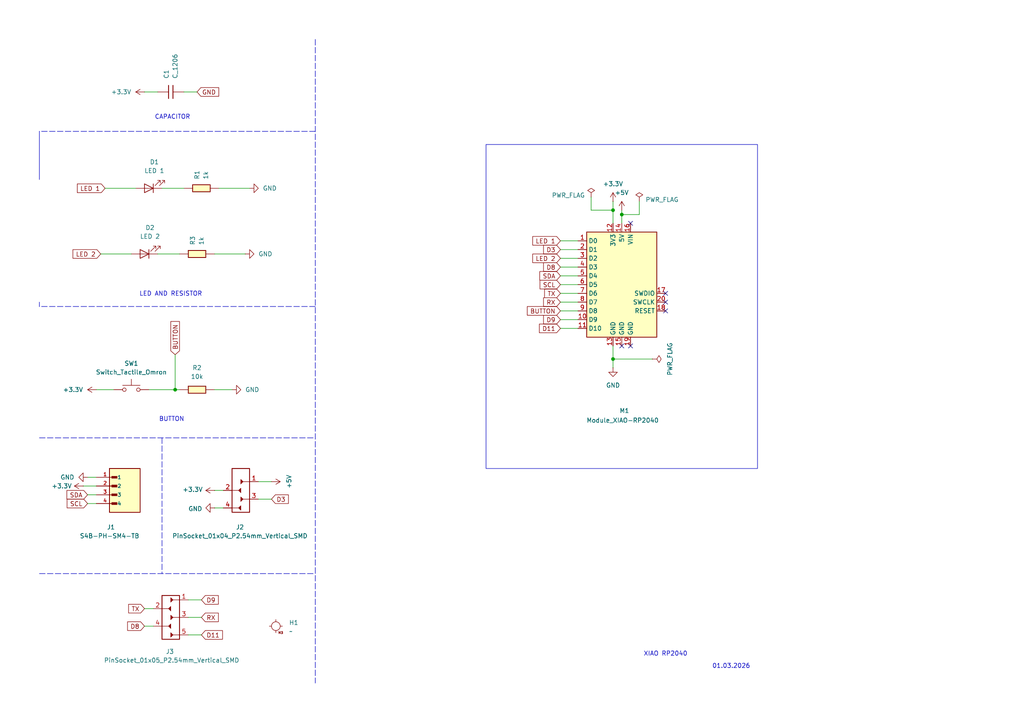
<source format=kicad_sch>
(kicad_sch (version 20250114) (generator "eeschema") (generator_version "9.0")
  (paper "A4")
  (lib_symbols
    (symbol "PCM_fab:C_1206" (pin_numbers (hide yes))
      (property "Reference" "C" (at 0.635 2.54 0))
      (property "Value" "C_1206" (at 0.635 -2.54 0))
      (symbol "C_1206_1_1"
        (polyline (pts (xy -1.905 0.635) (xy 1.905 0.635)) (stroke (width 0.25)))
        (polyline (pts (xy -1.905 -0.635) (xy 1.905 -0.635)) (stroke (width 0.25)))
        (pin passive line (at 0 3.81 270) (length 3.175) (name "~") (number "1"))
        (pin passive line (at 0 -3.81 90) (length 3.175) (name "~") (number "2"))
      )
    )
    (symbol "PCM_fab:LED_1206" (pin_numbers (hide yes)) (pin_names (offset 1.016) (hide yes))
      (property "Reference" "D" (at 0 2.54 0))
      (property "Value" "LED_1206" (at 0 -2.54 0))
      (symbol "LED_1206_0_1"
        (polyline (pts (xy -3.048 -0.762) (xy -4.572 -2.286) (xy -3.81 -2.286) (xy -4.572 -2.286) (xy -4.572 -1.524)))
        (polyline (pts (xy -1.778 -0.762) (xy -3.302 -2.286) (xy -2.54 -2.286) (xy -3.302 -2.286) (xy -3.302 -1.524)))
        (polyline (pts (xy -1.27 0) (xy 1.27 0)))
        (polyline (pts (xy -1.27 -1.27) (xy -1.27 1.27)) (stroke (width 0.2032)))
        (polyline (pts (xy 1.27 -1.27) (xy 1.27 1.27) (xy -1.27 0) (xy 1.27 -1.27)) (stroke (width 0.2032)))
      )
      (symbol "LED_1206_1_1"
        (pin passive line (at -3.81 0 0) (length 2.54) (name "K") (number "1"))
        (pin passive line (at 3.81 0 180) (length 2.54) (name "A") (number "2"))
      )
    )
    (symbol "PCM_fab:Module_XIAO-RP2040"
      (property "Reference" "M" (at -10.16 16.51 0))
      (property "Value" "Module_XIAO-RP2040" (at 3.81 16.51 0))
      (symbol "Module_XIAO-RP2040_1_1"
        (rectangle (start -10.16 15.24) (end 10.16 -15.24) (stroke (width 0.254)) (fill (type background)))
        (pin bidirectional line (at -12.7 12.7 0) (length 2.54) (name "D0") (number "1"))
        (pin bidirectional line (at -12.7 10.16 0) (length 2.54) (name "D1") (number "2"))
        (pin bidirectional line (at -12.7 7.62 0) (length 2.54) (name "D2") (number "3"))
        (pin bidirectional line (at -12.7 5.08 0) (length 2.54) (name "D3") (number "4"))
        (pin bidirectional line (at -12.7 2.54 0) (length 2.54) (name "D4") (number "5"))
        (pin bidirectional line (at -12.7 0 0) (length 2.54) (name "D5") (number "6"))
        (pin bidirectional line (at -12.7 -2.54 0) (length 2.54) (name "D6") (number "7"))
        (pin bidirectional line (at -12.7 -5.08 0) (length 2.54) (name "D7") (number "8"))
        (pin bidirectional line (at -12.7 -7.62 0) (length 2.54) (name "D8") (number "9"))
        (pin bidirectional line (at -12.7 -10.16 0) (length 2.54) (name "D9") (number "10"))
        (pin bidirectional line (at -12.7 -12.7 0) (length 2.54) (name "D10") (number "11"))
        (pin power_in line (at -2.54 17.78 270) (length 2.54) (name "3V3") (number "12"))
        (pin power_in line (at -2.54 -17.78 90) (length 2.54) (name "GND") (number "13"))
        (pin power_in line (at 0 17.78 270) (length 2.54) (name "5V") (number "14"))
        (pin power_in line (at 0 -17.78 90) (length 2.54) (name "GND") (number "15"))
        (pin power_in line (at 2.54 17.78 270) (length 2.54) (name "VIN") (number "16"))
        (pin power_in line (at 2.54 -17.78 90) (length 2.54) (name "GND") (number "19"))
        (pin bidirectional line (at 12.7 -2.54 180) (length 2.54) (name "SWDIO") (number "17"))
        (pin input line (at 12.7 -5.08 180) (length 2.54) (name "SWCLK") (number "20"))
        (pin input line (at 12.7 -7.62 180) (length 2.54) (name "RESET") (number "18"))
      )
    )
    (symbol "PCM_fab:MountingHole_M3" (pin_numbers (hide yes)) (pin_names (offset 0))
      (property "Reference" "H" (at 0 0 0))
      (symbol "MountingHole_M3_0_1"
        (polyline (pts (xy -1.27 0) (xy -1.905 0)))
        (polyline (pts (xy 0 1.27) (xy 0 1.905)))
        (circle (center 0 0) (radius 1.27))
        (polyline (pts (xy 0 -1.27) (xy 0 -1.905)))
        (polyline (pts (xy 1.27 0) (xy 1.905 0)))
      )
      (symbol "MountingHole_M3_1_1"
        (text "M3" (at 0.635 -1.905 0) (effects (font (size 0.635 0.635)) (justify left)))
      )
    )
    (symbol "PCM_fab:PWR_FLAG" (power) (pin_numbers (hide yes)) (pin_names (offset 0) (hide yes))
      (property "Value" "PWR_FLAG" (at 0 3.81 0))
      (symbol "PWR_FLAG_0_1"
        (polyline (pts (xy 0 0) (xy 0 1.27) (xy -1.016 1.905) (xy 0 2.54) (xy 1.016 1.905) (xy 0 1.27)))
      )
      (symbol "PWR_FLAG_1_0"
        (pin power_out line (at 0 0 90) (length 0) (name "PWR_FLAG") (number "1"))
      )
    )
    (symbol "PCM_fab:PinSocket_01x04_P2.54mm_Vertical_SMD" (pin_names (hide yes))
      (property "Reference" "J" (at 0 7.62 0))
      (property "Value" "PinSocket_01x04_P2.54mm_Vertical_SMD" (at 0 -7.62 0))
      (symbol "PinSocket_01x04_P2.54mm_Vertical_SMD_0_0"
        (polyline (pts (xy 0 1.905) (xy 0.635 2.54) (xy 0 3.175) (xy 0 1.905)) (fill (type outline)))
        (polyline (pts (xy 0 0) (xy -2.54 0)))
        (polyline (pts (xy 0 -0.635) (xy -0.635 0) (xy 0 0.635) (xy 0 -0.635)) (fill (type outline)))
        (polyline (pts (xy 0 -3.175) (xy 0.635 -2.54) (xy 0 -1.905) (xy 0 -3.175)) (fill (type outline)))
        (polyline (pts (xy 0 -5.08) (xy -2.54 -5.08)))
        (polyline (pts (xy 0 -5.715) (xy -0.635 -5.08) (xy 0 -4.445) (xy 0 -5.715)) (fill (type outline)))
        (polyline (pts (xy 2.54 2.54) (xy 0 2.54)))
        (polyline (pts (xy 2.54 -2.54) (xy 0 -2.54)))
      )
      (symbol "PinSocket_01x04_P2.54mm_Vertical_SMD_1_0"
        (rectangle (start -2.54 6.35) (end 2.54 -6.35) (stroke (width 0.254)))
      )
      (symbol "PinSocket_01x04_P2.54mm_Vertical_SMD_1_1"
        (pin passive line (at -5.08 0 0) (length 2.54) (name "Pin_2") (number "2"))
        (pin passive line (at -5.08 -5.08 0) (length 2.54) (name "Pin_2") (number "4"))
        (pin passive line (at 5.08 2.54 180) (length 2.54) (name "Pin_1") (number "1"))
        (pin passive line (at 5.08 -2.54 180) (length 2.54) (name "Pin_1") (number "3"))
      )
    )
    (symbol "PCM_fab:PinSocket_01x05_P2.54mm_Vertical_SMD" (pin_names (hide yes))
      (property "Reference" "J" (at 0 7.62 0))
      (property "Value" "PinSocket_01x05_P2.54mm_Vertical_SMD" (at 0 -7.62 0))
      (symbol "PinSocket_01x05_P2.54mm_Vertical_SMD_0_0"
        (polyline (pts (xy 0 4.445) (xy 0.635 5.08) (xy 0 5.715) (xy 0 4.445)) (fill (type outline)))
        (polyline (pts (xy 0 2.54) (xy -2.54 2.54)))
        (polyline (pts (xy 0 1.905) (xy -0.635 2.54) (xy 0 3.175) (xy 0 1.905)) (fill (type outline)))
        (polyline (pts (xy 0 -0.635) (xy 0.635 0) (xy 0 0.635) (xy 0 -0.635)) (fill (type outline)))
        (polyline (pts (xy 0 -2.54) (xy -2.54 -2.54)))
        (polyline (pts (xy 0 -3.175) (xy -0.635 -2.54) (xy 0 -1.905) (xy 0 -3.175)) (fill (type outline)))
        (polyline (pts (xy 0 -5.715) (xy 0.635 -5.08) (xy 0 -4.445) (xy 0 -5.715)) (fill (type outline)))
        (polyline (pts (xy 2.54 5.08) (xy 0 5.08)))
        (polyline (pts (xy 2.54 0) (xy 0 0)))
        (polyline (pts (xy 2.54 -5.08) (xy 0 -5.08)))
      )
      (symbol "PinSocket_01x05_P2.54mm_Vertical_SMD_1_0"
        (rectangle (start -2.54 6.35) (end 2.54 -6.35) (stroke (width 0.254)))
      )
      (symbol "PinSocket_01x05_P2.54mm_Vertical_SMD_1_1"
        (pin passive line (at -5.08 2.54 0) (length 2.54) (name "Pin_2") (number "2"))
        (pin passive line (at -5.08 -2.54 0) (length 2.54) (name "Pin_2") (number "4"))
        (pin passive line (at 5.08 5.08 180) (length 2.54) (name "Pin_1") (number "1"))
        (pin passive line (at 5.08 0 180) (length 2.54) (name "Pin_1") (number "3"))
        (pin passive line (at 5.08 -5.08 180) (length 2.54) (name "Pin_1") (number "5"))
      )
    )
    (symbol "PCM_fab:R_1206" (pin_numbers (hide yes)) (pin_names (offset 0))
      (property "Reference" "R" (at 2.54 0 90))
      (property "Value" "R_1206" (at -2.54 0 90))
      (symbol "R_1206_0_1"
        (rectangle (start -1.016 -2.54) (end 1.016 2.54) (stroke (width 0.254)) (fill (type background)))
      )
      (symbol "R_1206_1_1"
        (pin passive line (at 0 5.08 270) (length 2.54) (name "~") (number "1"))
        (pin passive line (at 0 -5.08 90) (length 2.54) (name "~") (number "2"))
      )
    )
    (symbol "PCM_fab:Switch_Tactile_Omron" (pin_numbers (hide yes)) (pin_names (offset 1.016) (hide yes))
      (property "Reference" "SW" (at 1.27 2.54 0))
      (property "Value" "Switch_Tactile_Omron" (at 0 -1.524 0))
      (symbol "Switch_Tactile_Omron_0_1"
        (circle (center -2.032 0) (radius 0.508))
        (polyline (pts (xy 0 1.27) (xy 0 3.048)))
        (circle (center 2.032 0) (radius 0.508))
        (polyline (pts (xy 2.54 1.27) (xy -2.54 1.27)))
        (pin passive line (at -5.08 0 0) (length 2.54) (name "1") (number "1"))
        (pin passive line (at 5.08 0 180) (length 2.54) (name "2") (number "2"))
      )
    )
    (symbol "S4B-PH-SM4-TB:S4B-PH-SM4-TB" (pin_names (offset 1.016))
      (property "Reference" "J" (at -3.81 6.35 0))
      (property "Value" "S4B-PH-SM4-TB" (at -4.064 -10.414 0))
      (symbol "S4B-PH-SM4-TB_0_0"
        (rectangle (start -3.81 -7.62) (end 5.08 5.08) (stroke (width 0.254)) (fill (type background)))
        (rectangle (start -3.175 2.2225) (end -1.5875 2.8575) (stroke (width 0.1)) (fill (type outline)))
        (rectangle (start -3.175 -0.3175) (end -1.5875 0.3175) (stroke (width 0.1)) (fill (type outline)))
        (rectangle (start -3.175 -2.8575) (end -1.5875 -2.2225) (stroke (width 0.1)) (fill (type outline)))
        (rectangle (start -3.175 -5.3975) (end -1.5875 -4.7625) (stroke (width 0.1)) (fill (type outline)))
        (pin passive line (at -7.62 2.54 0) (length 5.08) (name "1") (number "1"))
        (pin passive line (at -7.62 0 0) (length 5.08) (name "2") (number "2"))
        (pin passive line (at -7.62 -2.54 0) (length 5.08) (name "3") (number "3"))
        (pin passive line (at -7.62 -5.08 0) (length 5.08) (name "4") (number "4"))
      )
    )
    (symbol "power:+3.3V" (power) (pin_numbers (hide yes)) (pin_names (offset 0) (hide yes))
      (property "Value" "+3.3V" (at 0 3.556 0))
      (symbol "+3.3V_0_1"
        (polyline (pts (xy -0.762 1.27) (xy 0 2.54)))
        (polyline (pts (xy 0 2.54) (xy 0.762 1.27)))
        (polyline (pts (xy 0 0) (xy 0 2.54)))
      )
      (symbol "+3.3V_1_1"
        (pin power_in line (at 0 0 90) (length 0) (name "~") (number "1"))
      )
    )
    (symbol "power:+5V" (power) (pin_numbers (hide yes)) (pin_names (offset 0) (hide yes))
      (property "Value" "+5V" (at 0 3.556 0))
      (symbol "+5V_0_1"
        (polyline (pts (xy -0.762 1.27) (xy 0 2.54)))
        (polyline (pts (xy 0 2.54) (xy 0.762 1.27)))
        (polyline (pts (xy 0 0) (xy 0 2.54)))
      )
      (symbol "+5V_1_1"
        (pin power_in line (at 0 0 90) (length 0) (name "~") (number "1"))
      )
    )
    (symbol "power:GND" (power) (pin_numbers (hide yes)) (pin_names (offset 0) (hide yes))
      (property "Value" "GND" (at 0 -3.81 0))
      (symbol "GND_0_1"
        (polyline (pts (xy 0 0) (xy 0 -1.27) (xy 1.27 -1.27) (xy 0 -2.54) (xy -1.27 -1.27) (xy 0 -1.27)))
      )
      (symbol "GND_1_1"
        (pin power_in line (at 0 0 270) (length 0) (name "~") (number "1"))
      )
    )
  )
  (rectangle (start 140.97 41.91) (end 219.71 135.89))
  (text "XIAO RP2040" (at 193.04 189.738 0) (effects (font (size 1.27 1.27))))
  (text "01.03.2026" (at 212.09 193.294 0) (effects (font (size 1.27 1.27))))
  (text "BUTTON" (at 49.784 121.666 0) (effects (font (size 1.27 1.27))))
  (text "LED AND RESISTOR\n" (at 49.53 85.344 0) (effects (font (size 1.27 1.27))))
  (text "CAPACITOR" (at 50.038 34.036 0) (effects (font (size 1.27 1.27))))
  (junction (at 177.8 104.14))
  (junction (at 180.34 62.23))
  (junction (at 177.8 60.96))
  (junction (at 50.8 113.03))
  (no_connect (at 180.34 100.33))
  (no_connect (at 182.88 64.77))
  (no_connect (at 193.04 85.09))
  (no_connect (at 182.88 100.33))
  (no_connect (at 193.04 90.17))
  (no_connect (at 193.04 87.63))
  (wire (pts (xy 43.18 113.03) (xy 50.8 113.03)))
  (wire (pts (xy 50.8 102.87) (xy 50.8 113.03)))
  (wire (pts (xy 162.56 85.09) (xy 167.64 85.09)))
  (wire (pts (xy 162.56 82.55) (xy 167.64 82.55)))
  (wire (pts (xy 162.56 69.85) (xy 167.64 69.85)))
  (wire (pts (xy 41.91 26.67) (xy 45.72 26.67)))
  (polyline (pts (xy 11.43 127) (xy 91.44 127)) (stroke (width 0) (type dash)))
  (wire (pts (xy 25.4 138.43) (xy 27.94 138.43)))
  (wire (pts (xy 45.72 73.66) (xy 52.07 73.66)))
  (wire (pts (xy 24.13 140.97) (xy 27.94 140.97)))
  (wire (pts (xy 53.34 26.67) (xy 57.15 26.67)))
  (wire (pts (xy 46.99 54.61) (xy 53.34 54.61)))
  (wire (pts (xy 54.61 184.15) (xy 58.42 184.15)))
  (wire (pts (xy 177.8 104.14) (xy 189.23 104.14)))
  (wire (pts (xy 25.4 143.51) (xy 27.94 143.51)))
  (polyline (pts (xy 91.44 88.9) (xy 11.43 88.9)) (stroke (width 0) (type dash)))
  (wire (pts (xy 62.23 147.32) (xy 64.77 147.32)))
  (polyline (pts (xy 11.43 166.37) (xy 91.44 166.37)) (stroke (width 0) (type dash)))
  (wire (pts (xy 177.8 100.33) (xy 177.8 104.14)))
  (polyline (pts (xy 11.43 52.07) (xy 11.43 38.1)))
  (wire (pts (xy 185.42 58.42) (xy 185.42 62.23)))
  (wire (pts (xy 180.34 62.23) (xy 180.34 64.77)))
  (wire (pts (xy 177.8 104.14) (xy 177.8 106.68)))
  (wire (pts (xy 180.34 62.23) (xy 185.42 62.23)))
  (wire (pts (xy 171.45 57.15) (xy 171.45 60.96)))
  (wire (pts (xy 74.93 139.7) (xy 78.74 139.7)))
  (wire (pts (xy 162.56 74.93) (xy 167.64 74.93)))
  (wire (pts (xy 27.94 113.03) (xy 33.02 113.03)))
  (wire (pts (xy 41.91 181.61) (xy 44.45 181.61)))
  (wire (pts (xy 171.45 60.96) (xy 177.8 60.96)))
  (wire (pts (xy 74.93 144.78) (xy 78.74 144.78)))
  (wire (pts (xy 162.56 90.17) (xy 167.64 90.17)))
  (wire (pts (xy 162.56 95.25) (xy 167.64 95.25)))
  (wire (pts (xy 30.48 54.61) (xy 39.37 54.61)))
  (wire (pts (xy 162.56 72.39) (xy 167.64 72.39)))
  (wire (pts (xy 58.42 179.07) (xy 54.61 179.07)))
  (wire (pts (xy 162.56 92.71) (xy 167.64 92.71)))
  (wire (pts (xy 62.23 113.03) (xy 67.31 113.03)))
  (wire (pts (xy 29.21 73.66) (xy 38.1 73.66)))
  (polyline (pts (xy 46.99 127) (xy 46.99 166.37)) (stroke (width 0) (type dash)))
  (wire (pts (xy 162.56 80.01) (xy 167.64 80.01)))
  (wire (pts (xy 62.23 142.24) (xy 64.77 142.24)))
  (wire (pts (xy 177.8 60.96) (xy 177.8 64.77)))
  (polyline (pts (xy 91.44 11.43) (xy 91.44 198.12)) (stroke (width 0) (type dash)))
  (wire (pts (xy 62.23 73.66) (xy 71.12 73.66)))
  (wire (pts (xy 177.8 58.42) (xy 177.8 60.96)))
  (wire (pts (xy 25.4 146.05) (xy 27.94 146.05)))
  (wire (pts (xy 180.34 60.96) (xy 180.34 62.23)))
  (wire (pts (xy 50.8 113.03) (xy 52.07 113.03)))
  (wire (pts (xy 63.5 54.61) (xy 72.39 54.61)))
  (wire (pts (xy 58.42 173.99) (xy 54.61 173.99)))
  (polyline (pts (xy 91.44 38.1) (xy 11.43 38.1)) (stroke (width 0) (type dash)))
  (polyline (pts (xy 11.43 87.63) (xy 11.43 88.9)))
  (wire (pts (xy 41.91 176.53) (xy 44.45 176.53)))
  (wire (pts (xy 162.56 87.63) (xy 167.64 87.63)))
  (wire (pts (xy 162.56 77.47) (xy 167.64 77.47)))
  (global_label "TX" (shape input) (at 162.56 85.09 180) (property "Intersheetrefs" "${INTERSHEET_REFS}" (effects (hide yes))))
  (global_label "BUTTON" (shape input) (at 50.8 102.87 90) (property "Intersheetrefs" "${INTERSHEET_REFS}" (effects (hide yes))))
  (global_label "LED 1" (shape input) (at 30.48 54.61 180) (property "Intersheetrefs" "${INTERSHEET_REFS}" (effects (hide yes))))
  (global_label "SCL" (shape input) (at 25.4 146.05 180) (property "Intersheetrefs" "${INTERSHEET_REFS}" (effects (hide yes))))
  (global_label "SDA" (shape input) (at 162.56 80.01 180) (property "Intersheetrefs" "${INTERSHEET_REFS}" (effects (hide yes))))
  (global_label "D3" (shape input) (at 78.74 144.78 0) (property "Intersheetrefs" "${INTERSHEET_REFS}" (effects (hide yes))))
  (global_label "GND" (shape input) (at 57.15 26.67 0) (property "Intersheetrefs" "${INTERSHEET_REFS}" (effects (hide yes))))
  (global_label "RX" (shape input) (at 162.56 87.63 180) (property "Intersheetrefs" "${INTERSHEET_REFS}" (effects (hide yes))))
  (global_label "D9" (shape input) (at 58.42 173.99 0) (property "Intersheetrefs" "${INTERSHEET_REFS}" (effects (hide yes))))
  (global_label "SDA" (shape input) (at 25.4 143.51 180) (property "Intersheetrefs" "${INTERSHEET_REFS}" (effects (hide yes))))
  (global_label "D3" (shape input) (at 162.56 72.39 180) (property "Intersheetrefs" "${INTERSHEET_REFS}" (effects (hide yes))))
  (global_label "D11" (shape input) (at 162.56 95.25 180) (property "Intersheetrefs" "${INTERSHEET_REFS}" (effects (hide yes))))
  (global_label "RX" (shape input) (at 58.42 179.07 0) (property "Intersheetrefs" "${INTERSHEET_REFS}" (effects (hide yes))))
  (global_label "LED 2" (shape input) (at 162.56 74.93 180) (property "Intersheetrefs" "${INTERSHEET_REFS}" (effects (hide yes))))
  (global_label "D8" (shape input) (at 41.91 181.61 180) (property "Intersheetrefs" "${INTERSHEET_REFS}" (effects (hide yes))))
  (global_label "SCL" (shape input) (at 162.56 82.55 180) (property "Intersheetrefs" "${INTERSHEET_REFS}" (effects (hide yes))))
  (global_label "BUTTON" (shape input) (at 162.56 90.17 180) (property "Intersheetrefs" "${INTERSHEET_REFS}" (effects (hide yes))))
  (global_label "D11" (shape input) (at 58.42 184.15 0) (property "Intersheetrefs" "${INTERSHEET_REFS}" (effects (hide yes))))
  (global_label "D8" (shape input) (at 162.56 77.47 180) (property "Intersheetrefs" "${INTERSHEET_REFS}" (effects (hide yes))))
  (global_label "D9" (shape input) (at 162.56 92.71 180) (property "Intersheetrefs" "${INTERSHEET_REFS}" (effects (hide yes))))
  (global_label "TX" (shape input) (at 41.91 176.53 180) (property "Intersheetrefs" "${INTERSHEET_REFS}" (effects (hide yes))))
  (global_label "LED 1" (shape input) (at 162.56 69.85 180) (property "Intersheetrefs" "${INTERSHEET_REFS}" (effects (hide yes))))
  (global_label "LED 2" (shape input) (at 29.21 73.66 180) (property "Intersheetrefs" "${INTERSHEET_REFS}" (effects (hide yes))))
  (symbol (lib_id "S4B-PH-SM4-TB:S4B-PH-SM4-TB") (at 35.56 140.97 0) (unit 1)
    (property "Reference" "J1" (at 30.988 152.908 0) (effects (justify left)))
    (property "Value" "S4B-PH-SM4-TB" (at 23.114 155.448 0) (effects (justify left)))
    (property "Footprint" "S4B-PH-SM4-TB:JST_S4B-PH-SM4-TB" (effects (hide yes)))
    (property "MF" "JST Sales" (effects (hide yes)))
    (property "MAXIMUM_PACKAGE_HEIGHT" "5.5mm" (effects (hide yes)))
    (property "CREATOR" "DIZAR" (effects (hide yes)))
    (property "Price" "None" (effects (hide yes)))
    (property "Package" "None" (effects (hide yes)))
    (property "Check_prices" "https://www.snapeda.com/parts/S4B-PH-SM4-TB/JST/view-part/?ref=eda" (effects (hide yes)))
    (property "STANDARD" "Manufacturer Recommendations" (effects (hide yes)))
    (property "SnapEDA_Link" "https://www.snapeda.com/parts/S4B-PH-SM4-TB/JST/view-part/?ref=snap" (effects (hide yes)))
    (property "MP" "S4B-PH-SM4-TB" (effects (hide yes)))
    (property "Purchase-URL" "https://www.snapeda.com/api/url_track_click_mouser/?unipart_id=473686&manufacturer=JST Sales&part_name=S4B-PH-SM4-TB&search_term=s4b-ph-sm4-tb" (effects (hide yes)))
    (property "Description_1" "Connector Header Surface Mount, Right Angle 4 position 0.079 (2.00mm)" (effects (hide yes)))
    (property "Availability" "In Stock" (effects (hide yes)))
    (property "MANUFACTURER" "JST Sales" (effects (hide yes)))
  )
  (symbol (lib_id "power:GND") (at 72.39 54.61 90) (unit 1)
    (property "Reference" "#PWR07" (effects (hide yes)))
    (property "Value" "GND" (at 76.2 54.6099 90) (effects (justify right)))
    (property "Description" "Power symbol creates a global label with name \"GND\" , ground" (effects (hide yes)))
  )
  (symbol (lib_id "power:GND") (at 67.31 113.03 90) (unit 1)
    (property "Reference" "#PWR05" (effects (hide yes)))
    (property "Value" "GND" (at 71.12 113.0299 90) (effects (justify right)))
    (property "Description" "Power symbol creates a global label with name \"GND\" , ground" (effects (hide yes)))
  )
  (symbol (lib_id "power:+3.3V") (at 24.13 140.97 90) (unit 1)
    (property "Reference" "#PWR08" (effects (hide yes)))
    (property "Value" "+3.3V" (at 20.859 140.9699 90) (effects (justify left)))
    (property "Description" "Power symbol creates a global label with name \"+3.3V\"" (effects (hide yes)))
  )
  (symbol (lib_id "PCM_fab:Switch_Tactile_Omron") (at 38.1 113.03 0) (unit 1)
    (property "Reference" "SW1" (at 38.1 105.41 0))
    (property "Value" "Switch_Tactile_Omron" (at 38.1 107.95 0))
    (property "Footprint" "PCM_fab:Button_Omron_B3SN_6.0x6.0mm" (effects (hide yes)))
    (property "Datasheet" "https://omronfs.omron.com/en_US/ecb/products/pdf/en-b3sn.pdf" (effects (hide yes)))
    (property "Description" "Push button switch, Omron, B3SN, Sealed Tactile Switch (SMT), SPST-NO Top Actuated Surface Mount" (effects (hide yes)))
  )
  (symbol (lib_id "power:+5V") (at 78.74 139.7 270) (unit 1)
    (property "Reference" "#PWR011" (effects (hide yes)))
    (property "Value" "+5V" (at 83.82 139.7 0))
    (property "Description" "Power symbol creates a global label with name \"+5V\"" (effects (hide yes)))
  )
  (symbol (lib_id "PCM_fab:Module_XIAO-RP2040") (at 180.34 82.55 0) (unit 1)
    (property "Reference" "M1" (at 181.102 119.126 0))
    (property "Value" "Module_XIAO-RP2040" (at 180.594 121.92 0))
    (property "Footprint" "PCM_fab:SeeedStudio_XIAO_RP2040" (effects (hide yes)))
    (property "Datasheet" "https://wiki.seeedstudio.com/XIAO-RP2040/" (effects (hide yes)))
    (property "Description" "RP2040 XIAO RP2040 - ARM® Dual-Core Cortex®-M0+ MCU 32-Bit Embedded Evaluation Board" (effects (hide yes)))
  )
  (symbol (lib_id "PCM_fab:R_1206") (at 57.15 73.66 90) (unit 1)
    (property "Reference" "R3" (at 55.8799 71.12 0) (effects (justify left)))
    (property "Value" "1k" (at 58.4199 71.12 0) (effects (justify left)))
    (property "Footprint" "PCM_fab:R_1206" (effects (hide yes)))
    (property "Description" "Resistor" (effects (hide yes)))
  )
  (symbol (lib_id "power:GND") (at 25.4 138.43 270) (unit 1)
    (property "Reference" "#PWR09" (effects (hide yes)))
    (property "Value" "GND" (at 21.59 138.4299 90) (effects (justify right)))
    (property "Description" "Power symbol creates a global label with name \"GND\" , ground" (effects (hide yes)))
  )
  (symbol (lib_id "PCM_fab:MountingHole_M3") (at 80.01 181.61 0) (unit 1)
    (property "Reference" "H1" (at 83.82 180.5953 0) (effects (justify left)))
    (property "Value" "~" (at 83.82 183.1353 0) (effects (justify left)))
    (property "Footprint" "PCM_fab:MountingHole_M3" (effects (hide yes)))
  )
  (symbol (lib_id "PCM_fab:PWR_FLAG") (at 171.45 57.15 0) (unit 1)
    (property "Reference" "#FLG01" (effects (hide yes)))
    (property "Value" "PWR_FLAG" (at 164.846 56.642 0))
    (property "Description" "Special symbol for telling ERC where power comes from" (effects (hide yes)))
  )
  (symbol (lib_id "power:+3.3V") (at 41.91 26.67 90) (unit 1)
    (property "Reference" "#PWR02" (effects (hide yes)))
    (property "Value" "+3.3V" (at 38.1 26.6699 90) (effects (justify left)))
    (property "Description" "Power symbol creates a global label with name \"+3.3V\"" (effects (hide yes)))
  )
  (symbol (lib_id "power:+3.3V") (at 177.8 58.42 0) (unit 1)
    (property "Reference" "#PWR01" (effects (hide yes)))
    (property "Value" "+3.3V" (at 177.8 53.34 0))
    (property "Description" "Power symbol creates a global label with name \"+3.3V\"" (effects (hide yes)))
  )
  (symbol (lib_id "power:+5V") (at 180.34 60.96 0) (unit 1)
    (property "Reference" "#PWR010" (effects (hide yes)))
    (property "Value" "+5V" (at 180.34 55.88 0))
    (property "Description" "Power symbol creates a global label with name \"+5V\"" (effects (hide yes)))
  )
  (symbol (lib_id "power:GND") (at 62.23 147.32 270) (unit 1)
    (property "Reference" "#PWR013" (effects (hide yes)))
    (property "Value" "GND" (at 56.642 147.574 90))
    (property "Description" "Power symbol creates a global label with name \"GND\" , ground" (effects (hide yes)))
  )
  (symbol (lib_id "PCM_fab:PWR_FLAG") (at 185.42 58.42 0) (mirror y) (unit 1)
    (property "Reference" "#FLG03" (effects (hide yes)))
    (property "Value" "PWR_FLAG" (at 192.024 57.912 0))
    (property "Description" "Special symbol for telling ERC where power comes from" (effects (hide yes)))
  )
  (symbol (lib_id "PCM_fab:R_1206") (at 57.15 113.03 90) (unit 1)
    (property "Reference" "R2" (at 57.15 106.68 90))
    (property "Value" "10k" (at 57.15 109.22 90))
    (property "Footprint" "PCM_fab:R_1206" (effects (hide yes)))
    (property "Description" "Resistor" (effects (hide yes)))
  )
  (symbol (lib_id "power:GND") (at 71.12 73.66 90) (unit 1)
    (property "Reference" "#PWR06" (effects (hide yes)))
    (property "Value" "GND" (at 74.93 73.6599 90) (effects (justify right)))
    (property "Description" "Power symbol creates a global label with name \"GND\" , ground" (effects (hide yes)))
  )
  (symbol (lib_id "PCM_fab:PinSocket_01x04_P2.54mm_Vertical_SMD") (at 69.85 142.24 0) (unit 1)
    (property "Reference" "J2" (at 69.596 152.908 0))
    (property "Value" "PinSocket_01x04_P2.54mm_Vertical_SMD" (at 69.596 155.448 0))
    (property "Footprint" "PCM_fab:PinSocket_01x04_P2.54mm_Vertical_SMD" (effects (hide yes)))
    (property "Datasheet" "https://media.digikey.com/pdf/Data%20Sheets/Sullins%20PDFs/NPxCxx1KFXx-RC%2010487-D.pdf" (effects (hide yes)))
    (property "Description" "Top or Bottom Entry Connector 0.100\" (2.54mm) Surface Mount Tin" (effects (hide yes)))
  )
  (symbol (lib_id "PCM_fab:R_1206") (at 58.42 54.61 90) (unit 1)
    (property "Reference" "R1" (at 57.1499 52.07 0) (effects (justify left)))
    (property "Value" "1k" (at 59.6899 52.07 0) (effects (justify left)))
    (property "Footprint" "PCM_fab:R_1206" (effects (hide yes)))
    (property "Description" "Resistor" (effects (hide yes)))
  )
  (symbol (lib_id "PCM_fab:C_1206") (at 49.53 26.67 90) (unit 1)
    (property "Reference" "C1" (at 48.2599 22.86 0) (effects (justify left)))
    (property "Value" "C_1206" (at 50.7999 22.86 0) (effects (justify left)))
    (property "Footprint" "PCM_fab:C_1206" (effects (hide yes)))
    (property "Datasheet" "https://www.yageo.com/upload/media/product/productsearch/datasheet/mlcc/UPY-GP_NP0_16V-to-50V_18.pdf" (effects (hide yes)))
    (property "Description" "Unpolarized capacitor, SMD, 1206" (effects (hide yes)))
  )
  (symbol (lib_id "PCM_fab:PinSocket_01x05_P2.54mm_Vertical_SMD") (at 49.53 179.07 0) (unit 1)
    (property "Reference" "J3" (at 49.276 188.976 0))
    (property "Value" "PinSocket_01x05_P2.54mm_Vertical_SMD" (at 49.784 191.516 0))
    (property "Footprint" "PCM_fab:PinSocket_01x05_P2.54mm_Vertical_SMD" (effects (hide yes)))
    (property "Datasheet" "https://media.digikey.com/pdf/Data%20Sheets/Sullins%20PDFs/NPxCxx1KFXx-RC%2010487-D.pdf" (effects (hide yes)))
    (property "Description" "Top or Bottom Entry Connector 0.100\" (2.54mm) Surface Mount Tin" (effects (hide yes)))
  )
  (symbol (lib_id "power:GND") (at 177.8 106.68 0) (unit 1)
    (property "Reference" "#PWR04" (effects (hide yes)))
    (property "Value" "GND" (at 177.8 111.76 0))
    (property "Description" "Power symbol creates a global label with name \"GND\" , ground" (effects (hide yes)))
  )
  (symbol (lib_id "power:+3.3V") (at 27.94 113.03 90) (unit 1)
    (property "Reference" "#PWR03" (effects (hide yes)))
    (property "Value" "+3.3V" (at 24.13 113.0299 90) (effects (justify left)))
    (property "Description" "Power symbol creates a global label with name \"+3.3V\"" (effects (hide yes)))
  )
  (symbol (lib_id "PCM_fab:LED_1206") (at 43.18 54.61 180) (unit 1)
    (property "Reference" "D1" (at 44.7802 46.99 0))
    (property "Value" "LED 1" (at 44.7802 49.53 0))
    (property "Footprint" "PCM_fab:LED_1206" (effects (hide yes)))
    (property "Datasheet" "https://optoelectronics.liteon.com/upload/download/DS-22-98-0002/LTST-C150CKT.pdf" (effects (hide yes)))
    (property "Description" "Light emitting diode, Lite-On Inc. LTST, SMD" (effects (hide yes)))
  )
  (symbol (lib_id "power:+3.3V") (at 62.23 142.24 90) (unit 1)
    (property "Reference" "#PWR012" (effects (hide yes)))
    (property "Value" "+3.3V" (at 55.88 141.986 90))
    (property "Description" "Power symbol creates a global label with name \"+3.3V\"" (effects (hide yes)))
  )
  (symbol (lib_id "PCM_fab:LED_1206") (at 41.91 73.66 180) (unit 1)
    (property "Reference" "D2" (at 43.5102 66.04 0))
    (property "Value" "LED 2" (at 43.5102 68.58 0))
    (property "Footprint" "PCM_fab:LED_1206" (effects (hide yes)))
    (property "Datasheet" "https://optoelectronics.liteon.com/upload/download/DS-22-98-0002/LTST-C150CKT.pdf" (effects (hide yes)))
    (property "Description" "Light emitting diode, Lite-On Inc. LTST, SMD" (effects (hide yes)))
  )
  (symbol (lib_id "PCM_fab:PWR_FLAG") (at 189.23 104.14 270) (unit 1)
    (property "Reference" "#FLG02" (effects (hide yes)))
    (property "Value" "PWR_FLAG" (at 194.31 104.14 0))
    (property "Description" "Special symbol for telling ERC where power comes from" (effects (hide yes)))
  )
)
</source>
